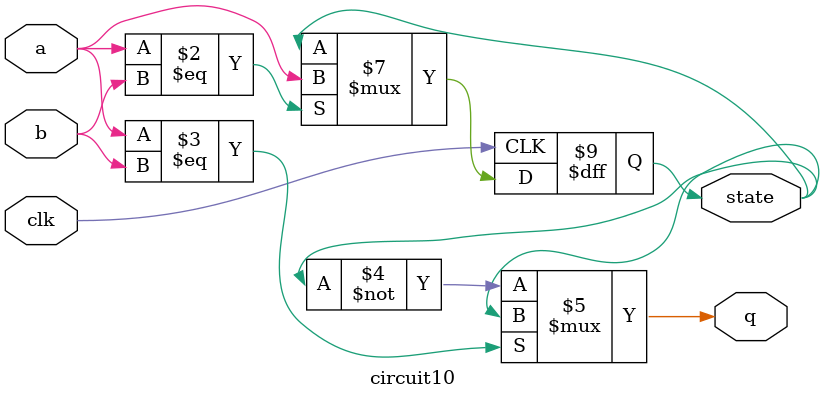
<source format=v>
module circuit10 (
    input           clk,
    input           a,
    input           b,
    output          q,
    output          state
);

    always @ (posedge clk) begin
        if (a == b) state <= a;
        else        state <= state;
    end

    assign q = (a == b) ? state : (~state);


endmodule
</source>
